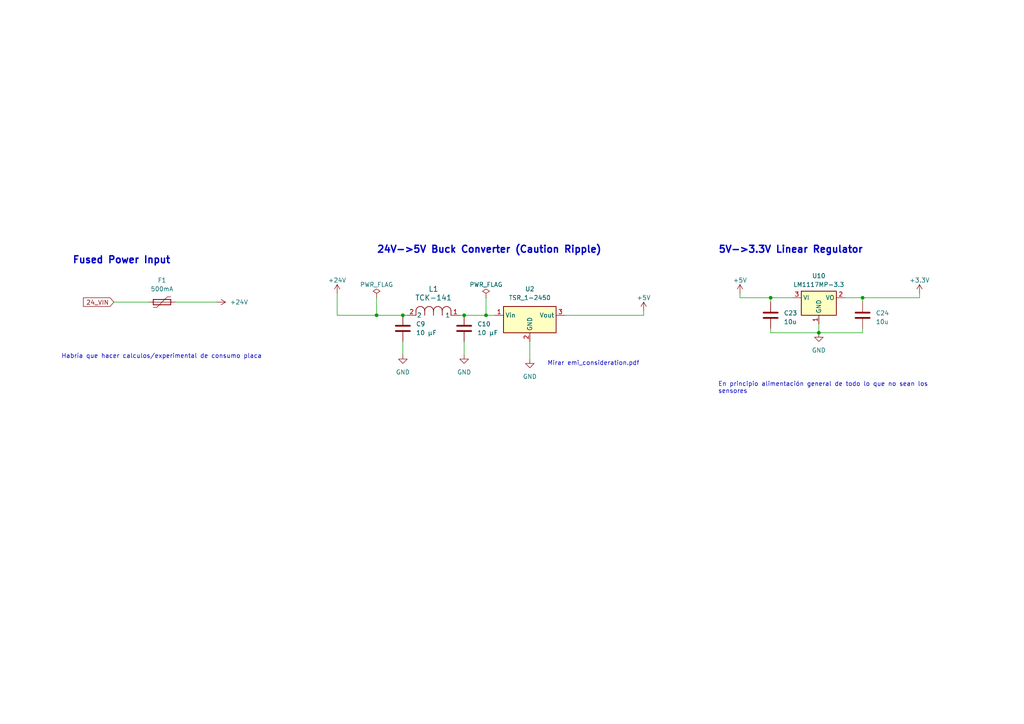
<source format=kicad_sch>
(kicad_sch (version 20231120) (generator "eeschema") (generator_version "8.0")
  (paper "A4")
  (lib_symbols
    (symbol "Device:C" (pin_numbers hide) (pin_names (offset 0.254))
      (property "Reference" "C" (at 0.635 2.54 0))
      (property "Value" "C" (at 0.635 -2.54 0))
      (symbol "C_0_1"
        (polyline (pts (xy -2.032 -0.762) (xy 2.032 -0.762)) (stroke (width 0.508)))
        (polyline (pts (xy -2.032 0.762) (xy 2.032 0.762)) (stroke (width 0.508)))
      )
      (symbol "C_1_1"
        (pin passive line (at 0 3.81 270) (length 2.794) (name "~") (number "1"))
        (pin passive line (at 0 -3.81 90) (length 2.794) (name "~") (number "2"))
      )
    )
    (symbol "Device:Polyfuse" (pin_numbers hide) (pin_names (offset 0))
      (property "Reference" "F" (at -2.54 0 90))
      (property "Value" "Polyfuse" (at 2.54 0 90))
      (symbol "Polyfuse_0_1"
        (rectangle (start -0.762 2.54) (end 0.762 -2.54) (stroke (width 0.254)))
        (polyline (pts (xy 0 2.54) (xy 0 -2.54)))
        (polyline (pts (xy -1.524 2.54) (xy -1.524 1.524) (xy 1.524 -1.524) (xy 1.524 -2.54)))
      )
      (symbol "Polyfuse_1_1"
        (pin passive line (at 0 3.81 270) (length 1.27) (name "~") (number "1"))
        (pin passive line (at 0 -3.81 90) (length 1.27) (name "~") (number "2"))
      )
    )
    (symbol "Regulator_Linear:LM1117MP-3.3"
      (property "Reference" "U" (at -3.81 3.175 0))
      (property "Value" "LM1117MP-3.3" (at 0 3.175 0))
      (symbol "LM1117MP-3.3_0_1"
        (rectangle (start -5.08 -5.08) (end 5.08 1.905) (stroke (width 0.254)) (fill (type background)))
      )
      (symbol "LM1117MP-3.3_1_1"
        (pin power_in line (at 0 -7.62 90) (length 2.54) (name "GND") (number "1"))
        (pin power_out line (at 7.62 0 180) (length 2.54) (name "VO") (number "2"))
        (pin power_in line (at -7.62 0 0) (length 2.54) (name "VI") (number "3"))
      )
    )
    (symbol "Regulator_Switching:TSR_1-2450"
      (property "Reference" "U" (at -7.62 6.35 0))
      (property "Value" "TSR_1-2450" (at -1.27 6.35 0))
      (symbol "TSR_1-2450_0_1"
        (rectangle (start -7.62 5.08) (end 7.62 -2.54) (stroke (width 0.254)) (fill (type background)))
      )
      (symbol "TSR_1-2450_1_1"
        (pin power_in line (at -10.16 2.54 0) (length 2.54) (name "Vin") (number "1"))
        (pin power_in line (at 0 -5.08 90) (length 2.54) (name "GND") (number "2"))
        (pin power_out line (at 10.16 2.54 180) (length 2.54) (name "Vout") (number "3"))
      )
    )
    (symbol "TracoChoke:TCK-141" (pin_names (offset 0.254))
      (property "Reference" "L" (at 6.985 5.08 0))
      (property "Value" "TCK-141" (at 6.985 -2.54 0))
      (symbol "TCK-141_1_1"
        (polyline (pts (xy 2.54 0) (xy 2.54 1.27)) (stroke (width 0.2032)))
        (polyline (pts (xy 5.08 0) (xy 5.08 1.27)) (stroke (width 0.2032)))
        (polyline (pts (xy 7.62 0) (xy 7.62 1.27)) (stroke (width 0.2032)))
        (polyline (pts (xy 10.16 0) (xy 10.16 1.27)) (stroke (width 0.2032)))
        (polyline (pts (xy 12.7 0) (xy 12.7 1.27)) (stroke (width 0.2032)))
        (arc (start 5.08 1.27) (mid 3.81 2.5345) (end 2.54 1.27) (stroke (width 0.2032)))
        (arc (start 7.62 1.27) (mid 6.35 2.5345) (end 5.08 1.27) (stroke (width 0.2032)))
        (arc (start 10.16 1.27) (mid 8.89 2.5345) (end 7.62 1.27) (stroke (width 0.2032)))
        (arc (start 12.7 1.27) (mid 11.43 2.5345) (end 10.16 1.27) (stroke (width 0.2032)))
        (pin unspecified line (at 15.24 0 180) (length 2.54) (name "1") (number "1"))
        (pin unspecified line (at 0 0 0) (length 2.54) (name "2") (number "2"))
      )
      (symbol "TCK-141_1_2"
        (arc (start -1.27 5.08) (mid -2.5345 3.81) (end -1.27 2.54) (stroke (width 0.2032)))
        (arc (start -1.27 7.62) (mid -2.5345 6.35) (end -1.27 5.08) (stroke (width 0.2032)))
        (arc (start -1.27 10.16) (mid -2.5345 8.89) (end -1.27 7.62) (stroke (width 0.2032)))
        (arc (start -1.27 12.7) (mid -2.5345 11.43) (end -1.27 10.16) (stroke (width 0.2032)))
        (polyline (pts (xy 0 2.54) (xy -1.27 2.54)) (stroke (width 0.2032)))
        (polyline (pts (xy 0 5.08) (xy -1.27 5.08)) (stroke (width 0.2032)))
        (polyline (pts (xy 0 7.62) (xy -1.27 7.62)) (stroke (width 0.2032)))
        (polyline (pts (xy 0 10.16) (xy -1.27 10.16)) (stroke (width 0.2032)))
        (polyline (pts (xy 0 12.7) (xy -1.27 12.7)) (stroke (width 0.2032)))
        (pin unspecified line (at 0 15.24 270) (length 2.54) (name "1") (number "1"))
        (pin unspecified line (at 0 0 90) (length 2.54) (name "2") (number "2"))
      )
    )
    (symbol "power:+24V" (power) (pin_names (offset 0))
      (property "Value" "+24V" (at 0 3.556 0))
      (symbol "+24V_0_1"
        (polyline (pts (xy -0.762 1.27) (xy 0 2.54)))
        (polyline (pts (xy 0 0) (xy 0 2.54)))
        (polyline (pts (xy 0 2.54) (xy 0.762 1.27)))
      )
      (symbol "+24V_1_1"
        (pin power_in line (at 0 0 90) (length 0) hide (name "+24V") (number "1"))
      )
    )
    (symbol "power:+3.3V" (power) (pin_names (offset 0))
      (property "Value" "+3.3V" (at 0 3.556 0))
      (symbol "+3.3V_0_1"
        (polyline (pts (xy -0.762 1.27) (xy 0 2.54)))
        (polyline (pts (xy 0 0) (xy 0 2.54)))
        (polyline (pts (xy 0 2.54) (xy 0.762 1.27)))
      )
      (symbol "+3.3V_1_1"
        (pin power_in line (at 0 0 90) (length 0) hide (name "+3.3V") (number "1"))
      )
    )
    (symbol "power:+5V" (power) (pin_names (offset 0))
      (property "Value" "+5V" (at 0 3.556 0))
      (symbol "+5V_0_1"
        (polyline (pts (xy -0.762 1.27) (xy 0 2.54)))
        (polyline (pts (xy 0 0) (xy 0 2.54)))
        (polyline (pts (xy 0 2.54) (xy 0.762 1.27)))
      )
      (symbol "+5V_1_1"
        (pin power_in line (at 0 0 90) (length 0) hide (name "+5V") (number "1"))
      )
    )
    (symbol "power:GND" (power) (pin_names (offset 0))
      (property "Value" "GND" (at 0 -3.81 0))
      (symbol "GND_0_1"
        (polyline (pts (xy 0 0) (xy 0 -1.27) (xy 1.27 -1.27) (xy 0 -2.54) (xy -1.27 -1.27) (xy 0 -1.27)))
      )
      (symbol "GND_1_1"
        (pin power_in line (at 0 0 270) (length 0) hide (name "GND") (number "1"))
      )
    )
    (symbol "power:PWR_FLAG" (power) (pin_numbers hide) (pin_names (offset 0) hide)
      (property "Value" "PWR_FLAG" (at 0 3.81 0))
      (symbol "PWR_FLAG_0_0"
        (pin power_out line (at 0 0 90) (length 0) (name "pwr") (number "1"))
      )
      (symbol "PWR_FLAG_0_1"
        (polyline (pts (xy 0 0) (xy 0 1.27) (xy -1.016 1.905) (xy 0 2.54) (xy 1.016 1.905) (xy 0 1.27)))
      )
    )
  )
  (junction (at 250.19 86.36))
  (junction (at 237.49 96.52))
  (junction (at 223.52 86.36))
  (junction (at 140.97 91.44))
  (junction (at 109.22 91.44))
  (junction (at 116.84 91.44))
  (junction (at 134.62 91.44))
  (wire (pts (xy 33.02 87.63) (xy 43.18 87.63)))
  (wire (pts (xy 186.69 90.17) (xy 186.69 91.44)))
  (wire (pts (xy 116.84 91.44) (xy 118.11 91.44)))
  (wire (pts (xy 97.79 91.44) (xy 109.22 91.44)))
  (wire (pts (xy 62.865 87.63) (xy 50.8 87.63)))
  (wire (pts (xy 133.35 91.44) (xy 134.62 91.44)))
  (wire (pts (xy 223.52 95.25) (xy 223.52 96.52)))
  (wire (pts (xy 223.52 96.52) (xy 237.49 96.52)))
  (wire (pts (xy 266.7 86.36) (xy 250.19 86.36)))
  (wire (pts (xy 163.83 91.44) (xy 186.69 91.44)))
  (wire (pts (xy 237.49 96.52) (xy 237.49 93.98)))
  (wire (pts (xy 134.62 102.87) (xy 134.62 99.06)))
  (wire (pts (xy 250.19 96.52) (xy 237.49 96.52)))
  (wire (pts (xy 153.67 104.14) (xy 153.67 99.06)))
  (wire (pts (xy 250.19 95.25) (xy 250.19 96.52)))
  (wire (pts (xy 250.19 86.36) (xy 245.11 86.36)))
  (wire (pts (xy 223.52 86.36) (xy 229.87 86.36)))
  (wire (pts (xy 250.19 87.63) (xy 250.19 86.36)))
  (wire (pts (xy 266.7 85.09) (xy 266.7 86.36)))
  (wire (pts (xy 134.62 91.44) (xy 140.97 91.44)))
  (wire (pts (xy 223.52 87.63) (xy 223.52 86.36)))
  (wire (pts (xy 109.22 91.44) (xy 116.84 91.44)))
  (wire (pts (xy 109.22 86.36) (xy 109.22 91.44)))
  (wire (pts (xy 140.97 86.36) (xy 140.97 91.44)))
  (wire (pts (xy 214.63 85.09) (xy 214.63 86.36)))
  (wire (pts (xy 97.79 91.44) (xy 97.79 85.09)))
  (wire (pts (xy 116.84 102.87) (xy 116.84 99.06)))
  (wire (pts (xy 140.97 91.44) (xy 143.51 91.44)))
  (wire (pts (xy 214.63 86.36) (xy 223.52 86.36)))
  (text "5V->3.3V Linear Regulator" (at 208.28 73.66 0) (effects (font (size 2 2) (bold yes)) (justify left bottom)))
  (text "24V->5V Buck Converter (Caution Ripple)" (at 109.22 73.66 0) (effects (font (size 2 2) (thickness 0.4) (bold yes)) (justify left bottom)))
  (text "Fused Power Input\n" (at 20.955 76.708 0) (effects (font (size 2 2) (thickness 0.4) (bold yes)) (justify left bottom)))
  (text "Habría que hacer calculos/experimental de consumo placa\n" (at 17.78 104.14 0) (effects (font (size 1.27 1.27)) (justify left bottom)))
  (text "En principio alimentación general de todo lo que no sean los \nsensores" (at 208.28 114.3 0) (effects (font (size 1.27 1.27)) (justify left bottom)))
  (text "Mirar emi_consideration.pdf\n" (at 158.75 106.172 0) (effects (font (size 1.27 1.27)) (justify left bottom)))
  (global_label "24_VIN" (shape input) (at 33.02 87.63 180) (property "Intersheetrefs" "${INTERSHEET_REFS}" (effects (hide yes))))
  (symbol (lib_id "power:+5V") (at 214.63 85.09 0) (unit 1)
    (property "Reference" "#PWR0113" (effects (hide yes)))
    (property "Value" "+5V" (at 214.63 81.28 0))
    (instances (project "TER_LVBMS" (path "" (reference "#PWR0113") (unit 1))) (project "TER_PEDAL" (path "" (reference "#PWR018") (unit 1))) (project "TeR_ECU" (path "" (reference "#PWR037") (unit 1))))
  )
  (symbol (lib_id "Regulator_Switching:TSR_1-2450") (at 153.67 93.98 0) (unit 1)
    (property "Reference" "U2" (at 153.67 83.82 0))
    (property "Value" "TSR_1-2450" (at 153.67 86.36 0))
    (property "Footprint" "Converter_DCDC:Converter_DCDC_TRACO_TSR-1_THT" (effects (hide yes)))
    (property "Datasheet" "http://www.tracopower.com/products/tsr1.pdf" (effects (hide yes)))
    (instances (project "TER_PEDAL" (path "" (reference "U2") (unit 1))) (project "TeR_ECU" (path "" (reference "U3") (unit 1))))
  )
  (symbol (lib_id "power:PWR_FLAG") (at 109.22 86.36 0) (unit 1)
    (property "Reference" "#FLG02" (effects (hide yes)))
    (property "Value" "PWR_FLAG" (at 109.22 82.55 0))
    (instances (project "TER_PEDAL" (path "" (reference "#FLG02") (unit 1))) (project "TeR_ECU" (path "" (reference "#FLG01") (unit 1))))
  )
  (symbol (lib_id "Device:C") (at 250.19 91.44 0) (unit 1)
    (property "Reference" "C24" (at 254 90.805 0) (effects (justify left)))
    (property "Value" "10u" (at 254 93.345 0) (effects (justify left)))
    (property "Footprint" "Capacitor_SMD:C_0603_1608Metric" (effects (hide yes)))
    (instances (project "TER_LVBMS" (path "" (reference "C24") (unit 1))) (project "TER_PEDAL" (path "" (reference "C13") (unit 1))) (project "TeR_ECU" (path "" (reference "C12") (unit 1))))
  )
  (symbol (lib_id "power:GND") (at 116.84 102.87 0) (unit 1)
    (property "Reference" "#PWR012" (effects (hide yes)))
    (property "Value" "GND" (at 116.84 107.95 0))
    (instances (project "TER_PEDAL" (path "" (reference "#PWR012") (unit 1))) (project "TeR_ECU" (path "" (reference "#PWR033") (unit 1))))
  )
  (symbol (lib_id "power:GND") (at 237.49 96.52 0) (unit 1)
    (property "Reference" "#PWR0114" (effects (hide yes)))
    (property "Value" "GND" (at 237.49 101.6 0))
    (instances (project "TER_LVBMS" (path "" (reference "#PWR0114") (unit 1))) (project "TER_PEDAL" (path "" (reference "#PWR017") (unit 1))) (project "TeR_ECU" (path "" (reference "#PWR038") (unit 1))))
  )
  (symbol (lib_id "Device:C") (at 116.84 95.25 0) (unit 1)
    (property "Reference" "C9" (at 120.65 93.98 0) (effects (justify left)))
    (property "Value" "10 µF" (at 120.65 96.52 0) (effects (justify left)))
    (property "Footprint" "Capacitor_SMD:C_0805_2012Metric" (effects (hide yes)))
  )
  (symbol (lib_id "Device:Polyfuse") (at 46.99 87.63 90) (unit 1)
    (property "Reference" "F1" (at 46.99 81.28 90))
    (property "Value" "500mA" (at 46.99 83.82 90))
    (property "Footprint" "Fuse:Fuse_1210_3225Metric" (effects (hide yes)))
  )
  (symbol (lib_id "power:GND") (at 153.67 104.14 0) (unit 1)
    (property "Reference" "#PWR011" (effects (hide yes)))
    (property "Value" "GND" (at 153.67 109.22 0))
    (instances (project "TER_PEDAL" (path "" (reference "#PWR011") (unit 1))) (project "TeR_ECU" (path "" (reference "#PWR035") (unit 1))))
  )
  (symbol (lib_id "Device:C") (at 134.62 95.25 0) (unit 1)
    (property "Reference" "C10" (at 138.43 93.98 0) (effects (justify left)))
    (property "Value" "10 µF" (at 138.43 96.52 0) (effects (justify left)))
    (property "Footprint" "Capacitor_SMD:C_0805_2012Metric" (effects (hide yes)))
  )
  (symbol (lib_id "power:+3.3V") (at 266.7 85.09 0) (unit 1)
    (property "Reference" "#PWR0116" (effects (hide yes)))
    (property "Value" "+3.3V" (at 266.7 81.28 0))
    (instances (project "TER_LVBMS" (path "" (reference "#PWR0116") (unit 1))) (project "TER_PEDAL" (path "" (reference "#PWR019") (unit 1))) (project "TeR_ECU" (path "" (reference "#PWR040") (unit 1))))
  )
  (symbol (lib_id "power:+5V") (at 186.69 90.17 0) (unit 1)
    (property "Reference" "#PWR016" (effects (hide yes)))
    (property "Value" "+5V" (at 186.69 86.36 0))
    (instances (project "TER_PEDAL" (path "" (reference "#PWR016") (unit 1))) (project "TeR_ECU" (path "" (reference "#PWR036") (unit 1))))
  )
  (symbol (lib_id "power:PWR_FLAG") (at 140.97 86.36 0) (unit 1)
    (property "Reference" "#FLG02" (effects (hide yes)))
    (property "Value" "PWR_FLAG" (at 140.97 82.55 0))
  )
  (symbol (lib_id "Device:C") (at 223.52 91.44 0) (unit 1)
    (property "Reference" "C23" (at 227.33 90.805 0) (effects (justify left)))
    (property "Value" "10u" (at 227.33 93.345 0) (effects (justify left)))
    (property "Footprint" "Capacitor_SMD:C_0603_1608Metric" (effects (hide yes)))
    (instances (project "TER_LVBMS" (path "" (reference "C23") (unit 1))) (project "TER_PEDAL" (path "" (reference "C12") (unit 1))) (project "TeR_ECU" (path "" (reference "C11") (unit 1))))
  )
  (symbol (lib_id "power:+24V") (at 97.79 85.09 0) (unit 1)
    (property "Reference" "#PWR010" (effects (hide yes)))
    (property "Value" "+24V" (at 97.79 81.28 0))
    (instances (project "TER_PEDAL" (path "" (reference "#PWR010") (unit 1))) (project "TeR_ECU" (path "" (reference "#PWR030") (unit 1))))
  )
  (symbol (lib_id "Regulator_Linear:LM1117MP-3.3") (at 237.49 86.36 0) (unit 1)
    (property "Reference" "U10" (at 237.49 80.01 0))
    (property "Value" "LM1117MP-3.3" (at 237.49 82.55 0))
    (property "Footprint" "Package_TO_SOT_SMD:SOT-223-3_TabPin2" (effects (hide yes)))
    (property "Datasheet" "http://www.ti.com/lit/ds/symlink/lm1117.pdf" (effects (hide yes)))
    (instances (project "TER_LVBMS" (path "" (reference "U10") (unit 1))) (project "TER_PEDAL" (path "" (reference "U3") (unit 1))) (project "TeR_ECU" (path "" (reference "U4") (unit 1))))
  )
  (symbol (lib_id "TracoChoke:TCK-141") (at 118.11 91.44 0) (unit 1)
    (property "Reference" "L1" (at 125.73 83.82 0) (effects (font (size 1.524 1.524))))
    (property "Value" "TCK-141" (at 125.73 86.36 0) (effects (font (size 1.524 1.524))))
    (property "Footprint" "footprints:IND_TCK-141_TRP" (effects (hide yes)))
    (property "Datasheet" "TCK-141" (effects (hide yes)))
  )
  (symbol (lib_id "power:+24V") (at 62.865 87.63 270) (unit 1)
    (property "Reference" "#PWR010" (effects (hide yes)))
    (property "Value" "+24V" (at 66.675 87.63 90) (effects (justify left)))
    (instances (project "TER_PEDAL" (path "" (reference "#PWR010") (unit 1))) (project "TeR_ECU" (path "" (reference "#PWR039") (unit 1))))
  )
  (symbol (lib_id "power:GND") (at 134.62 102.87 0) (unit 1)
    (property "Reference" "#PWR013" (effects (hide yes)))
    (property "Value" "GND" (at 134.62 107.95 0))
    (instances (project "TER_PEDAL" (path "" (reference "#PWR013") (unit 1))) (project "TeR_ECU" (path "" (reference "#PWR034") (unit 1))))
  )
)
</source>
